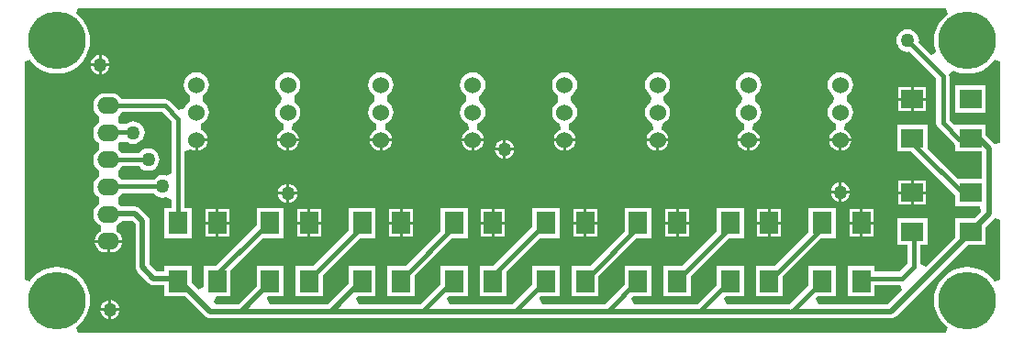
<source format=gtl>
G04 Layer_Physical_Order=1*
G04 Layer_Color=255*
%FSLAX25Y25*%
%MOIN*%
G70*
G01*
G75*
%ADD10R,0.06693X0.07874*%
%ADD11R,0.07874X0.06693*%
%ADD12C,0.01500*%
%ADD13C,0.02000*%
%ADD14O,0.08000X0.06000*%
%ADD15C,0.06000*%
%ADD16C,0.20945*%
%ADD17C,0.05000*%
G36*
X335473Y116110D02*
X335417Y116076D01*
X333975Y114844D01*
X332743Y113402D01*
X331752Y111785D01*
X331027Y110034D01*
X330584Y108190D01*
X330435Y106299D01*
X330584Y104409D01*
X331027Y102565D01*
X331200Y102146D01*
X329505Y101013D01*
X324888Y105630D01*
X324976Y106299D01*
X324836Y107363D01*
X324426Y108354D01*
X323772Y109205D01*
X322921Y109859D01*
X321930Y110269D01*
X320866Y110409D01*
X319802Y110269D01*
X318811Y109859D01*
X317960Y109205D01*
X317307Y108354D01*
X316896Y107363D01*
X316756Y106299D01*
X316896Y105236D01*
X317307Y104244D01*
X317960Y103393D01*
X318811Y102740D01*
X319802Y102329D01*
X320866Y102189D01*
X321536Y102277D01*
X331291Y92522D01*
Y76339D01*
X331471Y75432D01*
X331985Y74663D01*
X337874Y68774D01*
X338248Y68524D01*
Y65905D01*
X347797D01*
Y55921D01*
X338971D01*
X328012Y66880D01*
Y75748D01*
X316988D01*
Y65905D01*
X322282D01*
X338248Y49940D01*
Y46079D01*
X347063D01*
X347493Y44079D01*
X345162Y41748D01*
X338248D01*
Y34834D01*
X327450Y24036D01*
X325503Y24918D01*
Y31905D01*
X328012D01*
Y41748D01*
X316988D01*
Y31905D01*
X320763D01*
Y25146D01*
X317851Y22235D01*
X308921D01*
Y24252D01*
X299079D01*
Y13228D01*
X308921D01*
Y17494D01*
X318080D01*
X318961Y15547D01*
X313885Y10471D01*
X288596D01*
X287604Y12471D01*
X288180Y13228D01*
X294748D01*
Y24252D01*
X284906D01*
Y17453D01*
X277916Y10463D01*
X277854Y10471D01*
X255080D01*
X254088Y12471D01*
X254664Y13228D01*
X261319D01*
Y24252D01*
X251477D01*
Y17540D01*
X244408Y10471D01*
X221563D01*
X220572Y12471D01*
X221147Y13228D01*
X227891D01*
Y24252D01*
X218048D01*
Y17628D01*
X210892Y10471D01*
X188047D01*
X187056Y12471D01*
X187631Y13228D01*
X194462D01*
Y24252D01*
X184620D01*
Y17715D01*
X177376Y10471D01*
X154531D01*
X153540Y12471D01*
X154115Y13228D01*
X161034D01*
Y24252D01*
X151191D01*
Y17803D01*
X143860Y10471D01*
X121556D01*
X120564Y12471D01*
X121140Y13228D01*
X127605D01*
Y24252D01*
X117763D01*
Y17990D01*
X110243Y10471D01*
X88977D01*
X87985Y12471D01*
X88561Y13228D01*
X94177D01*
Y24252D01*
X84334D01*
Y17141D01*
X77664Y10471D01*
X69389D01*
X68814Y11228D01*
X69805Y13228D01*
X74921D01*
Y22849D01*
X86561Y34488D01*
X94177D01*
Y45512D01*
X84334D01*
Y38966D01*
X69620Y24252D01*
X65079D01*
Y16601D01*
X63231Y15835D01*
X60748Y18318D01*
Y24252D01*
X50906D01*
Y22462D01*
X48042D01*
X45510Y24993D01*
Y40650D01*
X45422Y41322D01*
X45162Y41948D01*
X44750Y42486D01*
X42092Y45143D01*
X41554Y45556D01*
X40928Y45816D01*
X40256Y45904D01*
X35304D01*
X34869Y46471D01*
X34179Y47001D01*
X34033Y48130D01*
X34179Y49259D01*
X34869Y49788D01*
X35602Y50744D01*
X35658Y50878D01*
X46978D01*
X47389Y50342D01*
X48240Y49689D01*
X49231Y49278D01*
X50295Y49138D01*
X51359Y49278D01*
X51535Y49351D01*
X53326Y48374D01*
X53535Y48093D01*
Y45512D01*
X50906D01*
Y34488D01*
X60748D01*
Y45512D01*
X58276D01*
Y66000D01*
X60276Y66859D01*
X60461Y66716D01*
X61435Y66313D01*
X61979Y66242D01*
Y70210D01*
X62479D01*
Y70710D01*
X66447D01*
X66376Y71254D01*
X65973Y72228D01*
X65332Y73063D01*
X64496Y73704D01*
X64102Y73867D01*
X64031Y74182D01*
X64160Y75955D01*
X64786Y76214D01*
X65741Y76947D01*
X66475Y77903D01*
X66936Y79016D01*
X67093Y80210D01*
X66936Y81405D01*
X66475Y82517D01*
X65741Y83473D01*
X64919Y84104D01*
X64786Y85107D01*
Y85314D01*
X64919Y86316D01*
X65741Y86948D01*
X66475Y87903D01*
X66936Y89016D01*
X67093Y90210D01*
X66936Y91404D01*
X66475Y92517D01*
X65741Y93473D01*
X64786Y94206D01*
X63673Y94667D01*
X62479Y94824D01*
X61285Y94667D01*
X60172Y94206D01*
X59216Y93473D01*
X58483Y92517D01*
X58022Y91404D01*
X57864Y90210D01*
X58022Y89016D01*
X58483Y87903D01*
X59216Y86948D01*
X60039Y86316D01*
X60172Y85314D01*
Y85107D01*
X60039Y84104D01*
X59216Y83473D01*
X58483Y82517D01*
X58144Y81699D01*
X57118Y81252D01*
X55958Y81055D01*
X52660Y84353D01*
X51891Y84867D01*
X50984Y85048D01*
X35478D01*
X34869Y85842D01*
X33913Y86575D01*
X32800Y87036D01*
X31606Y87193D01*
X29606D01*
X28412Y87036D01*
X27299Y86575D01*
X26343Y85842D01*
X25610Y84886D01*
X25149Y83773D01*
X24992Y82579D01*
X25149Y81384D01*
X25610Y80272D01*
X26343Y79316D01*
X27033Y78787D01*
X27179Y77658D01*
X27033Y76528D01*
X26343Y75999D01*
X25610Y75043D01*
X25149Y73931D01*
X24992Y72736D01*
X25149Y71542D01*
X25610Y70429D01*
X26343Y69473D01*
X27033Y68944D01*
X27179Y67815D01*
X27033Y66686D01*
X26343Y66157D01*
X25610Y65201D01*
X25149Y64088D01*
X24992Y62894D01*
X25149Y61699D01*
X25610Y60587D01*
X26343Y59631D01*
X27033Y59102D01*
X27179Y57972D01*
X27033Y56843D01*
X26343Y56314D01*
X25610Y55358D01*
X25149Y54245D01*
X24992Y53051D01*
X25149Y51857D01*
X25610Y50744D01*
X26343Y49788D01*
X27033Y49259D01*
X27179Y48130D01*
X27033Y47001D01*
X26343Y46471D01*
X25610Y45516D01*
X25149Y44403D01*
X24992Y43209D01*
X25149Y42014D01*
X25610Y40901D01*
X26343Y39946D01*
X27299Y39213D01*
X27670Y39059D01*
X27694Y36904D01*
X27589Y36860D01*
X26753Y36219D01*
X26112Y35383D01*
X25709Y34410D01*
X25637Y33866D01*
X30606D01*
X35575D01*
X35503Y34410D01*
X35100Y35383D01*
X34459Y36219D01*
X33623Y36860D01*
X33518Y36904D01*
X33542Y39059D01*
X33913Y39213D01*
X34869Y39946D01*
X35455Y40710D01*
X39180D01*
X40316Y39574D01*
Y23917D01*
X40405Y23245D01*
X40664Y22619D01*
X41077Y22081D01*
X45130Y18028D01*
X45668Y17616D01*
X46294Y17356D01*
X46966Y17267D01*
X50906D01*
Y13228D01*
X58493D01*
X65683Y6038D01*
X66221Y5625D01*
X66847Y5365D01*
X67520Y5277D01*
X144587D01*
X144601Y5279D01*
X144615Y5277D01*
X211122D01*
X211385Y5311D01*
X211647Y5277D01*
X244685D01*
X244924Y5308D01*
X245163Y5277D01*
X277854D01*
X278267Y5331D01*
X278679Y5277D01*
X314961D01*
X315633Y5365D01*
X316259Y5625D01*
X316797Y6038D01*
X342665Y31905D01*
X349272D01*
Y38512D01*
X352230Y41471D01*
X352331Y41602D01*
X354073Y41225D01*
X354331Y41083D01*
Y19422D01*
X352331Y18858D01*
X352296Y18914D01*
X351065Y20356D01*
X349623Y21588D01*
X348006Y22578D01*
X346254Y23304D01*
X344410Y23747D01*
X342520Y23896D01*
X340629Y23747D01*
X338785Y23304D01*
X337033Y22578D01*
X335417Y21588D01*
X333975Y20356D01*
X332743Y18914D01*
X331752Y17297D01*
X331027Y15545D01*
X330584Y13701D01*
X330435Y11811D01*
X330584Y9921D01*
X331027Y8077D01*
X331752Y6325D01*
X332743Y4708D01*
X333975Y3266D01*
X335417Y2035D01*
X335473Y2000D01*
X334909Y0D01*
X19422D01*
X18858Y2000D01*
X18914Y2035D01*
X20356Y3266D01*
X21588Y4708D01*
X22578Y6325D01*
X23304Y8077D01*
X23747Y9921D01*
X23896Y11811D01*
X23747Y13701D01*
X23304Y15545D01*
X22578Y17297D01*
X21588Y18914D01*
X20356Y20356D01*
X18914Y21588D01*
X17297Y22578D01*
X15545Y23304D01*
X13701Y23747D01*
X11811Y23896D01*
X9921Y23747D01*
X8077Y23304D01*
X6325Y22578D01*
X4708Y21588D01*
X3266Y20356D01*
X2035Y18914D01*
X2000Y18858D01*
X0Y19422D01*
Y98688D01*
X2000Y99252D01*
X2035Y99196D01*
X3266Y97754D01*
X4708Y96523D01*
X6325Y95532D01*
X8077Y94806D01*
X9921Y94363D01*
X11811Y94215D01*
X13701Y94363D01*
X15545Y94806D01*
X17297Y95532D01*
X18914Y96523D01*
X20356Y97754D01*
X21588Y99196D01*
X22578Y100813D01*
X23304Y102565D01*
X23747Y104409D01*
X23896Y106299D01*
X23747Y108190D01*
X23304Y110034D01*
X22578Y111785D01*
X21588Y113402D01*
X20356Y114844D01*
X18914Y116076D01*
X18858Y116110D01*
X19422Y118110D01*
X334909D01*
X335473Y116110D01*
D02*
G37*
G36*
X354331Y98688D02*
Y69330D01*
X354073Y69189D01*
X352331Y68812D01*
X352230Y68943D01*
X349272Y71901D01*
Y75748D01*
X338248D01*
Y75748D01*
X337793Y75560D01*
X336032Y77320D01*
Y93504D01*
X335965Y93841D01*
X336275Y94332D01*
X337122Y95086D01*
X337555Y95316D01*
X338785Y94806D01*
X340629Y94363D01*
X342520Y94215D01*
X344410Y94363D01*
X346254Y94806D01*
X348006Y95532D01*
X349623Y96523D01*
X351065Y97754D01*
X352296Y99196D01*
X352331Y99252D01*
X354331Y98688D01*
D02*
G37*
G36*
X53535Y76774D02*
Y58403D01*
X53326Y58122D01*
X51535Y57145D01*
X51359Y57218D01*
X50295Y57358D01*
X49231Y57218D01*
X48240Y56807D01*
X47389Y56154D01*
X46978Y55618D01*
X35403D01*
X34869Y56314D01*
X34179Y56843D01*
X34033Y57972D01*
X34179Y59102D01*
X34869Y59631D01*
X35602Y60587D01*
X35617Y60622D01*
X41663D01*
X42074Y60086D01*
X42925Y59433D01*
X43917Y59022D01*
X44980Y58882D01*
X46044Y59022D01*
X47035Y59433D01*
X47886Y60086D01*
X48540Y60937D01*
X48950Y61928D01*
X49090Y62992D01*
X48950Y64056D01*
X48540Y65047D01*
X47886Y65898D01*
X47035Y66551D01*
X46044Y66962D01*
X44980Y67102D01*
X43917Y66962D01*
X42925Y66551D01*
X42074Y65898D01*
X41663Y65363D01*
X35478D01*
X34869Y66157D01*
X34179Y66686D01*
X34033Y67815D01*
X34179Y68944D01*
X34869Y69473D01*
X37258Y69470D01*
X37512Y69275D01*
X38503Y68865D01*
X39567Y68725D01*
X40631Y68865D01*
X41622Y69275D01*
X42473Y69928D01*
X43126Y70780D01*
X43537Y71771D01*
X43677Y72835D01*
X43537Y73898D01*
X43126Y74890D01*
X42473Y75741D01*
X41622Y76394D01*
X40631Y76805D01*
X39567Y76945D01*
X38503Y76805D01*
X37512Y76394D01*
X37107Y76083D01*
X34869Y75999D01*
X34179Y76528D01*
X34033Y77658D01*
X34179Y78787D01*
X34869Y79316D01*
X35602Y80272D01*
X35617Y80307D01*
X50002D01*
X53535Y76774D01*
D02*
G37*
%LPC*%
G36*
X28000Y100964D02*
Y98000D01*
X30964D01*
X30910Y98414D01*
X30557Y99265D01*
X29996Y99996D01*
X29265Y100557D01*
X28414Y100910D01*
X28000Y100964D01*
D02*
G37*
G36*
X27000D02*
X26586Y100910D01*
X25735Y100557D01*
X25004Y99996D01*
X24443Y99265D01*
X24090Y98414D01*
X24036Y98000D01*
X27000D01*
Y100964D01*
D02*
G37*
G36*
X30964Y97000D02*
X28000D01*
Y94036D01*
X28414Y94090D01*
X29265Y94443D01*
X29996Y95004D01*
X30557Y95735D01*
X30910Y96586D01*
X30964Y97000D01*
D02*
G37*
G36*
X27000D02*
X24036D01*
X24090Y96586D01*
X24443Y95735D01*
X25004Y95004D01*
X25735Y94443D01*
X26586Y94090D01*
X27000Y94036D01*
Y97000D01*
D02*
G37*
G36*
X327437Y89346D02*
X323000D01*
Y85500D01*
X327437D01*
Y89346D01*
D02*
G37*
G36*
X322000D02*
X317563D01*
Y85500D01*
X322000D01*
Y89346D01*
D02*
G37*
G36*
X327437Y84500D02*
X323000D01*
Y80654D01*
X327437D01*
Y84500D01*
D02*
G37*
G36*
X322000D02*
X317563D01*
Y80654D01*
X322000D01*
Y84500D01*
D02*
G37*
G36*
X296379Y94824D02*
X295184Y94667D01*
X294072Y94206D01*
X293116Y93473D01*
X292383Y92517D01*
X291922Y91404D01*
X291764Y90210D01*
X291922Y89016D01*
X292383Y87903D01*
X293116Y86948D01*
X293939Y86316D01*
X294072Y85314D01*
Y85107D01*
X293939Y84104D01*
X293116Y83473D01*
X292383Y82517D01*
X291922Y81405D01*
X291764Y80210D01*
X291922Y79016D01*
X292383Y77903D01*
X293116Y76947D01*
X294072Y76214D01*
X294697Y75955D01*
X294827Y74182D01*
X294755Y73867D01*
X294361Y73704D01*
X293526Y73063D01*
X292885Y72228D01*
X292482Y71254D01*
X292410Y70710D01*
X296379D01*
X300347D01*
X300276Y71254D01*
X299873Y72228D01*
X299232Y73063D01*
X298396Y73704D01*
X298002Y73867D01*
X297931Y74182D01*
X298060Y75955D01*
X298686Y76214D01*
X299641Y76947D01*
X300375Y77903D01*
X300836Y79016D01*
X300993Y80210D01*
X300836Y81405D01*
X300375Y82517D01*
X299641Y83473D01*
X298819Y84104D01*
X298686Y85107D01*
Y85314D01*
X298819Y86316D01*
X299641Y86948D01*
X300375Y87903D01*
X300836Y89016D01*
X300993Y90210D01*
X300836Y91404D01*
X300375Y92517D01*
X299641Y93473D01*
X298686Y94206D01*
X297573Y94667D01*
X296379Y94824D01*
D02*
G37*
G36*
X263079D02*
X261884Y94667D01*
X260772Y94206D01*
X259816Y93473D01*
X259083Y92517D01*
X258622Y91404D01*
X258465Y90210D01*
X258622Y89016D01*
X259083Y87903D01*
X259816Y86948D01*
X260639Y86316D01*
X260772Y85314D01*
Y85107D01*
X260639Y84104D01*
X259816Y83473D01*
X259083Y82517D01*
X258622Y81405D01*
X258465Y80210D01*
X258622Y79016D01*
X259083Y77903D01*
X259816Y76947D01*
X260772Y76214D01*
X261397Y75955D01*
X261527Y74182D01*
X261455Y73867D01*
X261062Y73704D01*
X260226Y73063D01*
X259585Y72228D01*
X259182Y71254D01*
X259110Y70710D01*
X263079D01*
X267047D01*
X266976Y71254D01*
X266573Y72228D01*
X265932Y73063D01*
X265096Y73704D01*
X264702Y73867D01*
X264631Y74182D01*
X264760Y75955D01*
X265386Y76214D01*
X266341Y76947D01*
X267075Y77903D01*
X267536Y79016D01*
X267693Y80210D01*
X267536Y81405D01*
X267075Y82517D01*
X266341Y83473D01*
X265519Y84104D01*
X265386Y85107D01*
Y85314D01*
X265519Y86316D01*
X266341Y86948D01*
X267075Y87903D01*
X267536Y89016D01*
X267693Y90210D01*
X267536Y91404D01*
X267075Y92517D01*
X266341Y93473D01*
X265386Y94206D01*
X264273Y94667D01*
X263079Y94824D01*
D02*
G37*
G36*
X196279D02*
X195085Y94667D01*
X193972Y94206D01*
X193016Y93473D01*
X192283Y92517D01*
X191822Y91404D01*
X191665Y90210D01*
X191822Y89016D01*
X192283Y87903D01*
X193016Y86948D01*
X193839Y86316D01*
X193972Y85314D01*
Y85107D01*
X193839Y84104D01*
X193016Y83473D01*
X192283Y82517D01*
X191822Y81405D01*
X191665Y80210D01*
X191822Y79016D01*
X192283Y77903D01*
X193016Y76947D01*
X193972Y76214D01*
X194597Y75955D01*
X194727Y74182D01*
X194655Y73867D01*
X194262Y73704D01*
X193426Y73063D01*
X192785Y72228D01*
X192382Y71254D01*
X192310Y70710D01*
X196279D01*
X200247D01*
X200176Y71254D01*
X199773Y72228D01*
X199132Y73063D01*
X198296Y73704D01*
X197902Y73867D01*
X197830Y74182D01*
X197960Y75955D01*
X198586Y76214D01*
X199541Y76947D01*
X200275Y77903D01*
X200736Y79016D01*
X200893Y80210D01*
X200736Y81405D01*
X200275Y82517D01*
X199541Y83473D01*
X198719Y84104D01*
X198586Y85107D01*
Y85314D01*
X198719Y86316D01*
X199541Y86948D01*
X200275Y87903D01*
X200736Y89016D01*
X200893Y90210D01*
X200736Y91404D01*
X200275Y92517D01*
X199541Y93473D01*
X198586Y94206D01*
X197473Y94667D01*
X196279Y94824D01*
D02*
G37*
G36*
X162879D02*
X161685Y94667D01*
X160572Y94206D01*
X159616Y93473D01*
X158883Y92517D01*
X158422Y91404D01*
X158265Y90210D01*
X158422Y89016D01*
X158883Y87903D01*
X159616Y86948D01*
X160439Y86316D01*
X160572Y85314D01*
Y85107D01*
X160439Y84104D01*
X159616Y83473D01*
X158883Y82517D01*
X158422Y81405D01*
X158265Y80210D01*
X158422Y79016D01*
X158883Y77903D01*
X159616Y76947D01*
X160572Y76214D01*
X161197Y75955D01*
X161327Y74182D01*
X161255Y73867D01*
X160862Y73704D01*
X160026Y73063D01*
X159385Y72228D01*
X158982Y71254D01*
X158910Y70710D01*
X162879D01*
X166847D01*
X166776Y71254D01*
X166373Y72228D01*
X165732Y73063D01*
X164896Y73704D01*
X164502Y73867D01*
X164430Y74182D01*
X164560Y75955D01*
X165186Y76214D01*
X166141Y76947D01*
X166875Y77903D01*
X167336Y79016D01*
X167493Y80210D01*
X167336Y81405D01*
X166875Y82517D01*
X166141Y83473D01*
X165319Y84104D01*
X165186Y85107D01*
Y85314D01*
X165319Y86316D01*
X166141Y86948D01*
X166875Y87903D01*
X167336Y89016D01*
X167493Y90210D01*
X167336Y91404D01*
X166875Y92517D01*
X166141Y93473D01*
X165186Y94206D01*
X164073Y94667D01*
X162879Y94824D01*
D02*
G37*
G36*
X129479D02*
X128285Y94667D01*
X127172Y94206D01*
X126216Y93473D01*
X125483Y92517D01*
X125022Y91404D01*
X124864Y90210D01*
X125022Y89016D01*
X125483Y87903D01*
X126216Y86948D01*
X127039Y86316D01*
X127172Y85314D01*
Y85107D01*
X127039Y84104D01*
X126216Y83473D01*
X125483Y82517D01*
X125022Y81405D01*
X124864Y80210D01*
X125022Y79016D01*
X125483Y77903D01*
X126216Y76947D01*
X127172Y76214D01*
X127797Y75955D01*
X127927Y74182D01*
X127855Y73867D01*
X127462Y73704D01*
X126626Y73063D01*
X125985Y72228D01*
X125582Y71254D01*
X125510Y70710D01*
X129479D01*
X133447D01*
X133376Y71254D01*
X132973Y72228D01*
X132332Y73063D01*
X131496Y73704D01*
X131102Y73867D01*
X131030Y74182D01*
X131160Y75955D01*
X131786Y76214D01*
X132741Y76947D01*
X133475Y77903D01*
X133936Y79016D01*
X134093Y80210D01*
X133936Y81405D01*
X133475Y82517D01*
X132741Y83473D01*
X131919Y84104D01*
X131786Y85107D01*
Y85314D01*
X131919Y86316D01*
X132741Y86948D01*
X133475Y87903D01*
X133936Y89016D01*
X134093Y90210D01*
X133936Y91404D01*
X133475Y92517D01*
X132741Y93473D01*
X131786Y94206D01*
X130673Y94667D01*
X129479Y94824D01*
D02*
G37*
G36*
X229979D02*
X228784Y94667D01*
X227672Y94206D01*
X226716Y93473D01*
X225983Y92517D01*
X225522Y91404D01*
X225364Y90210D01*
X225522Y89016D01*
X225983Y87903D01*
X226716Y86948D01*
X227539Y86316D01*
X227672Y85314D01*
Y85107D01*
X227539Y84104D01*
X226716Y83473D01*
X225983Y82517D01*
X225522Y81405D01*
X225364Y80210D01*
X225522Y79016D01*
X225983Y77903D01*
X226716Y76947D01*
X227672Y76214D01*
X228297Y75955D01*
X228427Y74182D01*
X228355Y73867D01*
X227961Y73704D01*
X227126Y73063D01*
X226485Y72228D01*
X226082Y71254D01*
X226010Y70710D01*
X229979D01*
Y70210D01*
D01*
Y70710D01*
X233947D01*
X233876Y71254D01*
X233473Y72228D01*
X232832Y73063D01*
X231996Y73704D01*
X231602Y73867D01*
X231530Y74182D01*
X231660Y75955D01*
X232286Y76214D01*
X233242Y76947D01*
X233975Y77903D01*
X234436Y79016D01*
X234593Y80210D01*
X234436Y81405D01*
X233975Y82517D01*
X233242Y83473D01*
X232419Y84104D01*
X232286Y85107D01*
Y85314D01*
X232419Y86316D01*
X233242Y86948D01*
X233975Y87903D01*
X234436Y89016D01*
X234593Y90210D01*
X234436Y91404D01*
X233975Y92517D01*
X233242Y93473D01*
X232286Y94206D01*
X231173Y94667D01*
X229979Y94824D01*
D02*
G37*
G36*
X95679D02*
X94485Y94667D01*
X93372Y94206D01*
X92416Y93473D01*
X91683Y92517D01*
X91222Y91404D01*
X91065Y90210D01*
X91222Y89016D01*
X91683Y87903D01*
X92416Y86948D01*
X93239Y86316D01*
X93372Y85314D01*
Y85107D01*
X93239Y84104D01*
X92416Y83473D01*
X91683Y82517D01*
X91222Y81405D01*
X91065Y80210D01*
X91222Y79016D01*
X91683Y77903D01*
X92416Y76947D01*
X93372Y76214D01*
X93997Y75955D01*
X94127Y74182D01*
X94055Y73867D01*
X93661Y73704D01*
X92826Y73063D01*
X92185Y72228D01*
X91782Y71254D01*
X91710Y70710D01*
X95679D01*
Y70210D01*
D01*
Y70710D01*
X99647D01*
X99576Y71254D01*
X99173Y72228D01*
X98532Y73063D01*
X97696Y73704D01*
X97302Y73867D01*
X97231Y74182D01*
X97360Y75955D01*
X97986Y76214D01*
X98941Y76947D01*
X99675Y77903D01*
X100136Y79016D01*
X100293Y80210D01*
X100136Y81405D01*
X99675Y82517D01*
X98941Y83473D01*
X98119Y84104D01*
X97986Y85107D01*
Y85314D01*
X98119Y86316D01*
X98941Y86948D01*
X99675Y87903D01*
X100136Y89016D01*
X100293Y90210D01*
X100136Y91404D01*
X99675Y92517D01*
X98941Y93473D01*
X97986Y94206D01*
X96873Y94667D01*
X95679Y94824D01*
D02*
G37*
G36*
X174927Y70181D02*
Y67216D01*
X177892D01*
X177837Y67630D01*
X177485Y68481D01*
X176924Y69213D01*
X176193Y69774D01*
X175341Y70126D01*
X174927Y70181D01*
D02*
G37*
G36*
X173927D02*
X173514Y70126D01*
X172662Y69774D01*
X171931Y69213D01*
X171370Y68481D01*
X171018Y67630D01*
X170963Y67216D01*
X173927D01*
Y70181D01*
D02*
G37*
G36*
X300347Y69710D02*
X296879D01*
Y66242D01*
X297423Y66313D01*
X298396Y66716D01*
X299232Y67357D01*
X299873Y68193D01*
X300276Y69166D01*
X300347Y69710D01*
D02*
G37*
G36*
X267047D02*
X263579D01*
Y66242D01*
X264123Y66313D01*
X265096Y66716D01*
X265932Y67357D01*
X266573Y68193D01*
X266976Y69166D01*
X267047Y69710D01*
D02*
G37*
G36*
X233947D02*
X230479D01*
Y66242D01*
X231023Y66313D01*
X231996Y66716D01*
X232832Y67357D01*
X233473Y68193D01*
X233876Y69166D01*
X233947Y69710D01*
D02*
G37*
G36*
X200247D02*
X196779D01*
Y66242D01*
X197323Y66313D01*
X198296Y66716D01*
X199132Y67357D01*
X199773Y68193D01*
X200176Y69166D01*
X200247Y69710D01*
D02*
G37*
G36*
X166847D02*
X163379D01*
Y66242D01*
X163923Y66313D01*
X164896Y66716D01*
X165732Y67357D01*
X166373Y68193D01*
X166776Y69166D01*
X166847Y69710D01*
D02*
G37*
G36*
X133447D02*
X129979D01*
Y66242D01*
X130523Y66313D01*
X131496Y66716D01*
X132332Y67357D01*
X132973Y68193D01*
X133376Y69166D01*
X133447Y69710D01*
D02*
G37*
G36*
X99647D02*
X96179D01*
Y66242D01*
X96723Y66313D01*
X97696Y66716D01*
X98532Y67357D01*
X99173Y68193D01*
X99576Y69166D01*
X99647Y69710D01*
D02*
G37*
G36*
X66447D02*
X62979D01*
Y66242D01*
X63523Y66313D01*
X64496Y66716D01*
X65332Y67357D01*
X65973Y68193D01*
X66376Y69166D01*
X66447Y69710D01*
D02*
G37*
G36*
X295879D02*
X292410D01*
X292482Y69166D01*
X292885Y68193D01*
X293526Y67357D01*
X294361Y66716D01*
X295335Y66313D01*
X295879Y66242D01*
Y69710D01*
D02*
G37*
G36*
X262579D02*
X259110D01*
X259182Y69166D01*
X259585Y68193D01*
X260226Y67357D01*
X261062Y66716D01*
X262035Y66313D01*
X262579Y66242D01*
Y69710D01*
D02*
G37*
G36*
X229479D02*
X226010D01*
X226082Y69166D01*
X226485Y68193D01*
X227126Y67357D01*
X227961Y66716D01*
X228935Y66313D01*
X229479Y66242D01*
Y69710D01*
D02*
G37*
G36*
X195779D02*
X192310D01*
X192382Y69166D01*
X192785Y68193D01*
X193426Y67357D01*
X194262Y66716D01*
X195235Y66313D01*
X195779Y66242D01*
Y69710D01*
D02*
G37*
G36*
X162379D02*
X158910D01*
X158982Y69166D01*
X159385Y68193D01*
X160026Y67357D01*
X160862Y66716D01*
X161835Y66313D01*
X162379Y66242D01*
Y69710D01*
D02*
G37*
G36*
X128979D02*
X125510D01*
X125582Y69166D01*
X125985Y68193D01*
X126626Y67357D01*
X127462Y66716D01*
X128435Y66313D01*
X128979Y66242D01*
Y69710D01*
D02*
G37*
G36*
X95179D02*
X91710D01*
X91782Y69166D01*
X92185Y68193D01*
X92826Y67357D01*
X93661Y66716D01*
X94634Y66313D01*
X95179Y66242D01*
Y69710D01*
D02*
G37*
G36*
X177892Y66216D02*
X174927D01*
Y63252D01*
X175341Y63306D01*
X176193Y63659D01*
X176924Y64220D01*
X177485Y64951D01*
X177837Y65803D01*
X177892Y66216D01*
D02*
G37*
G36*
X173927D02*
X170963D01*
X171018Y65803D01*
X171370Y64951D01*
X171931Y64220D01*
X172662Y63659D01*
X173514Y63306D01*
X173927Y63252D01*
Y66216D01*
D02*
G37*
G36*
X296957Y54646D02*
Y51681D01*
X299921D01*
X299867Y52095D01*
X299514Y52946D01*
X298953Y53677D01*
X298222Y54238D01*
X297370Y54591D01*
X296957Y54646D01*
D02*
G37*
G36*
X295957D02*
X295543Y54591D01*
X294692Y54238D01*
X293960Y53677D01*
X293399Y52946D01*
X293047Y52095D01*
X292992Y51681D01*
X295957D01*
Y54646D01*
D02*
G37*
G36*
X327437Y55347D02*
X323000D01*
Y51500D01*
X327437D01*
Y55347D01*
D02*
G37*
G36*
X322000D02*
X317563D01*
Y51500D01*
X322000D01*
Y55347D01*
D02*
G37*
G36*
X96169Y54252D02*
Y51287D01*
X99134D01*
X99079Y51701D01*
X98726Y52552D01*
X98166Y53284D01*
X97434Y53845D01*
X96583Y54197D01*
X96169Y54252D01*
D02*
G37*
G36*
X95169D02*
X94756Y54197D01*
X93904Y53845D01*
X93173Y53284D01*
X92612Y52552D01*
X92259Y51701D01*
X92205Y51287D01*
X95169D01*
Y54252D01*
D02*
G37*
G36*
X299921Y50681D02*
X296957D01*
Y47717D01*
X297370Y47771D01*
X298222Y48124D01*
X298953Y48685D01*
X299514Y49416D01*
X299867Y50267D01*
X299921Y50681D01*
D02*
G37*
G36*
X295957D02*
X292992D01*
X293047Y50267D01*
X293399Y49416D01*
X293960Y48685D01*
X294692Y48124D01*
X295543Y47771D01*
X295957Y47717D01*
Y50681D01*
D02*
G37*
G36*
X99134Y50287D02*
X96169D01*
Y47323D01*
X96583Y47377D01*
X97434Y47730D01*
X98166Y48291D01*
X98726Y49022D01*
X99079Y49874D01*
X99134Y50287D01*
D02*
G37*
G36*
X95169D02*
X92205D01*
X92259Y49874D01*
X92612Y49022D01*
X93173Y48291D01*
X93904Y47730D01*
X94756Y47377D01*
X95169Y47323D01*
Y50287D01*
D02*
G37*
G36*
X327437Y50500D02*
X323000D01*
Y46654D01*
X327437D01*
Y50500D01*
D02*
G37*
G36*
X322000D02*
X317563D01*
Y46654D01*
X322000D01*
Y50500D01*
D02*
G37*
G36*
X241489Y44937D02*
X237643D01*
Y40500D01*
X241489D01*
Y44937D01*
D02*
G37*
G36*
X107775D02*
X103929D01*
Y40500D01*
X107775D01*
Y44937D01*
D02*
G37*
G36*
X236643D02*
X232796D01*
Y40500D01*
X236643D01*
Y44937D01*
D02*
G37*
G36*
X102929D02*
X99082D01*
Y40500D01*
X102929D01*
Y44937D01*
D02*
G37*
G36*
X274918D02*
X271071D01*
Y40500D01*
X274918D01*
Y44937D01*
D02*
G37*
G36*
X208061D02*
X204214D01*
Y40500D01*
X208061D01*
Y44937D01*
D02*
G37*
G36*
X141204D02*
X137357D01*
Y40500D01*
X141204D01*
Y44937D01*
D02*
G37*
G36*
X74347D02*
X70500D01*
Y40500D01*
X74347D01*
Y44937D01*
D02*
G37*
G36*
X270071D02*
X266225D01*
Y40500D01*
X270071D01*
Y44937D01*
D02*
G37*
G36*
X203214D02*
X199368D01*
Y40500D01*
X203214D01*
Y44937D01*
D02*
G37*
G36*
X136357D02*
X132511D01*
Y40500D01*
X136357D01*
Y44937D01*
D02*
G37*
G36*
X69500D02*
X65654D01*
Y40500D01*
X69500D01*
Y44937D01*
D02*
G37*
G36*
X308346D02*
X304500D01*
Y40500D01*
X308346D01*
Y44937D01*
D02*
G37*
G36*
X174632D02*
X170786D01*
Y40500D01*
X174632D01*
Y44937D01*
D02*
G37*
G36*
X303500D02*
X299654D01*
Y40500D01*
X303500D01*
Y44937D01*
D02*
G37*
G36*
X169786D02*
X165939D01*
Y40500D01*
X169786D01*
Y44937D01*
D02*
G37*
G36*
X308346Y39500D02*
X304500D01*
Y35063D01*
X308346D01*
Y39500D01*
D02*
G37*
G36*
X303500D02*
X299654D01*
Y35063D01*
X303500D01*
Y39500D01*
D02*
G37*
G36*
X274918Y39500D02*
X271071D01*
Y35063D01*
X274918D01*
Y39500D01*
D02*
G37*
G36*
X270071D02*
X266225D01*
Y35063D01*
X270071D01*
Y39500D01*
D02*
G37*
G36*
X241489Y39500D02*
X237643D01*
Y35063D01*
X241489D01*
Y39500D01*
D02*
G37*
G36*
X236643D02*
X232796D01*
Y35063D01*
X236643D01*
Y39500D01*
D02*
G37*
G36*
X208061Y39500D02*
X204214D01*
Y35063D01*
X208061D01*
Y39500D01*
D02*
G37*
G36*
X203214D02*
X199368D01*
Y35063D01*
X203214D01*
Y39500D01*
D02*
G37*
G36*
X174632Y39500D02*
X170786D01*
Y35063D01*
X174632D01*
Y39500D01*
D02*
G37*
G36*
X169786D02*
X165939D01*
Y35063D01*
X169786D01*
Y39500D01*
D02*
G37*
G36*
X141204Y39500D02*
X137357D01*
Y35063D01*
X141204D01*
Y39500D01*
D02*
G37*
G36*
X136357D02*
X132511D01*
Y35063D01*
X136357D01*
Y39500D01*
D02*
G37*
G36*
X107775Y39500D02*
X103929D01*
Y35063D01*
X107775D01*
Y39500D01*
D02*
G37*
G36*
X102929D02*
X99082D01*
Y35063D01*
X102929D01*
Y39500D01*
D02*
G37*
G36*
X74347Y39500D02*
X70500D01*
Y35063D01*
X74347D01*
Y39500D01*
D02*
G37*
G36*
X69500D02*
X65654D01*
Y35063D01*
X69500D01*
Y39500D01*
D02*
G37*
G36*
X35575Y32866D02*
X31106D01*
Y29332D01*
X31606D01*
X32650Y29469D01*
X33623Y29872D01*
X34459Y30513D01*
X35100Y31349D01*
X35503Y32322D01*
X35575Y32866D01*
D02*
G37*
G36*
X30106D02*
X25637D01*
X25709Y32322D01*
X26112Y31349D01*
X26753Y30513D01*
X27589Y29872D01*
X28562Y29469D01*
X29606Y29332D01*
X30106D01*
Y32866D01*
D02*
G37*
G36*
X294748Y45512D02*
X284906D01*
Y36744D01*
X272413Y24252D01*
X265650D01*
Y13228D01*
X275493D01*
Y20627D01*
X289354Y34488D01*
X294748D01*
Y45512D01*
D02*
G37*
G36*
X261319D02*
X251477D01*
Y36832D01*
X238897Y24252D01*
X232222D01*
Y13228D01*
X242064D01*
Y20714D01*
X255838Y34488D01*
X261319D01*
Y45512D01*
D02*
G37*
G36*
X227891D02*
X218048D01*
Y36919D01*
X205381Y24252D01*
X198793D01*
Y13228D01*
X208635D01*
Y20802D01*
X222322Y34488D01*
X227891D01*
Y45512D01*
D02*
G37*
G36*
X194462D02*
X184620D01*
Y38633D01*
X170239Y24252D01*
X165365D01*
Y13228D01*
X175207D01*
Y22515D01*
X187180Y34488D01*
X194462D01*
Y45512D01*
D02*
G37*
G36*
X161034D02*
X151191D01*
Y37094D01*
X138349Y24252D01*
X131936D01*
Y13228D01*
X141778D01*
Y20977D01*
X155290Y34488D01*
X161034D01*
Y45512D01*
D02*
G37*
G36*
X127605D02*
X117763D01*
Y37181D01*
X104833Y24252D01*
X98507D01*
Y13228D01*
X108350D01*
Y21064D01*
X121774Y34488D01*
X127605D01*
Y45512D01*
D02*
G37*
G36*
X31602Y11929D02*
Y8965D01*
X34567D01*
X34512Y9378D01*
X34160Y10230D01*
X33599Y10961D01*
X32868Y11522D01*
X32016Y11874D01*
X31602Y11929D01*
D02*
G37*
G36*
X30602D02*
X30189Y11874D01*
X29337Y11522D01*
X28606Y10961D01*
X28045Y10230D01*
X27692Y9378D01*
X27638Y8965D01*
X30602D01*
Y11929D01*
D02*
G37*
G36*
X34567Y7965D02*
X31602D01*
Y5000D01*
X32016Y5055D01*
X32868Y5407D01*
X33599Y5968D01*
X34160Y6700D01*
X34512Y7551D01*
X34567Y7965D01*
D02*
G37*
G36*
X30602D02*
X27638D01*
X27692Y7551D01*
X28045Y6700D01*
X28606Y5968D01*
X29337Y5407D01*
X30189Y5055D01*
X30602Y5000D01*
Y7965D01*
D02*
G37*
G36*
X349272Y89921D02*
X338248D01*
Y80079D01*
X349272D01*
Y89921D01*
D02*
G37*
%LPD*%
D10*
X70000Y18740D02*
D03*
X55827D02*
D03*
Y40000D02*
D03*
X70000D02*
D03*
X304000Y18740D02*
D03*
X289827D02*
D03*
Y40000D02*
D03*
X304000D02*
D03*
X270571Y18740D02*
D03*
X256398D02*
D03*
Y40000D02*
D03*
X270571D02*
D03*
X237143Y18740D02*
D03*
X222970D02*
D03*
Y40000D02*
D03*
X237143D02*
D03*
X203714Y18740D02*
D03*
X189541D02*
D03*
Y40000D02*
D03*
X203714D02*
D03*
X170286Y18740D02*
D03*
X156113D02*
D03*
Y40000D02*
D03*
X170286D02*
D03*
X136857Y18740D02*
D03*
X122684D02*
D03*
Y40000D02*
D03*
X136857D02*
D03*
X103429Y18740D02*
D03*
X89255D02*
D03*
Y40000D02*
D03*
X103429D02*
D03*
D11*
X343760Y85000D02*
D03*
Y70827D02*
D03*
X322500D02*
D03*
Y85000D02*
D03*
X343760Y51000D02*
D03*
Y36827D02*
D03*
X322500D02*
D03*
Y51000D02*
D03*
D12*
X323033Y68507D02*
X342324Y49216D01*
X323033Y68507D02*
Y70133D01*
X277854Y7874D02*
X278679D01*
X290670Y19865D01*
X244685Y7874D02*
X245163D01*
X257154Y19865D01*
X271378D02*
X290670Y39156D01*
X269752Y19865D02*
X271378D01*
X237862D02*
X257154Y39156D01*
X236236Y19865D02*
X237862D01*
X211122Y7874D02*
X211647D01*
X223638Y19865D01*
X204346D02*
X223638Y39156D01*
X202720Y19865D02*
X204346D01*
X178131Y7874D02*
X190121Y19865D01*
X188495Y39156D02*
X190121D01*
X169204Y19865D02*
X188495Y39156D01*
X137314Y19865D02*
X156605Y39156D01*
X135688Y19865D02*
X137314D01*
X144587Y7874D02*
X144615D01*
X156605Y19865D01*
X103798D02*
X123089Y39156D01*
X102172Y19865D02*
X103798D01*
X87697Y38976D02*
X89665D01*
X68602Y19882D02*
X87697Y38976D01*
X55905Y39075D02*
Y77756D01*
X50984Y82677D02*
X55905Y77756D01*
X31102Y82677D02*
X50984D01*
X320866Y106299D02*
X333661Y93504D01*
X31102Y72933D02*
X39567D01*
X31004Y62992D02*
X44980D01*
X31102Y53248D02*
X50295D01*
X303268Y19865D02*
X318833D01*
X323133Y24165D01*
Y36617D01*
X333661Y76339D02*
Y93504D01*
Y76339D02*
X339550Y70450D01*
X347050D01*
D13*
X314961Y7874D02*
X350394Y43307D01*
X278679Y7874D02*
X314961D01*
X245163D02*
X277854D01*
X211647D02*
X244685D01*
X178131D02*
X211122D01*
X144615D02*
X178131D01*
X111319D02*
X144587D01*
X111221D02*
X111319D01*
X123031Y19587D01*
X67520Y7874D02*
X111319D01*
X55529Y19865D02*
X67520Y7874D01*
X46966Y19865D02*
X55529D01*
X42913Y23917D02*
Y40650D01*
X40256Y43307D02*
X42913Y40650D01*
X31102Y43307D02*
X40256D01*
X42913Y23917D02*
X46966Y19865D01*
X78740Y7874D02*
X89764Y18898D01*
X347050Y70450D02*
X350394Y67106D01*
Y43307D02*
Y67106D01*
D14*
X30606Y33366D02*
D03*
Y43209D02*
D03*
Y53051D02*
D03*
Y62894D02*
D03*
Y72736D02*
D03*
Y82579D02*
D03*
D15*
X296379Y70210D02*
D03*
Y80210D02*
D03*
Y90210D02*
D03*
X263079Y70210D02*
D03*
Y80210D02*
D03*
Y90210D02*
D03*
X229979Y70210D02*
D03*
Y80210D02*
D03*
Y90210D02*
D03*
X196279Y70210D02*
D03*
Y80210D02*
D03*
Y90210D02*
D03*
X162879Y70210D02*
D03*
Y80210D02*
D03*
Y90210D02*
D03*
X129479Y70210D02*
D03*
Y80210D02*
D03*
Y90210D02*
D03*
X95679Y70210D02*
D03*
Y80210D02*
D03*
Y90210D02*
D03*
X62479Y70210D02*
D03*
Y80210D02*
D03*
Y90210D02*
D03*
D16*
X11811Y11811D02*
D03*
Y106299D02*
D03*
X342520D02*
D03*
Y11811D02*
D03*
D17*
X44980Y62992D02*
D03*
X39567Y72835D02*
D03*
X50295Y53248D02*
D03*
X174427Y66716D02*
D03*
X31102Y8465D02*
D03*
X95669Y50787D02*
D03*
X296457Y51181D02*
D03*
X27500Y97500D02*
D03*
X320866Y106299D02*
D03*
M02*

</source>
